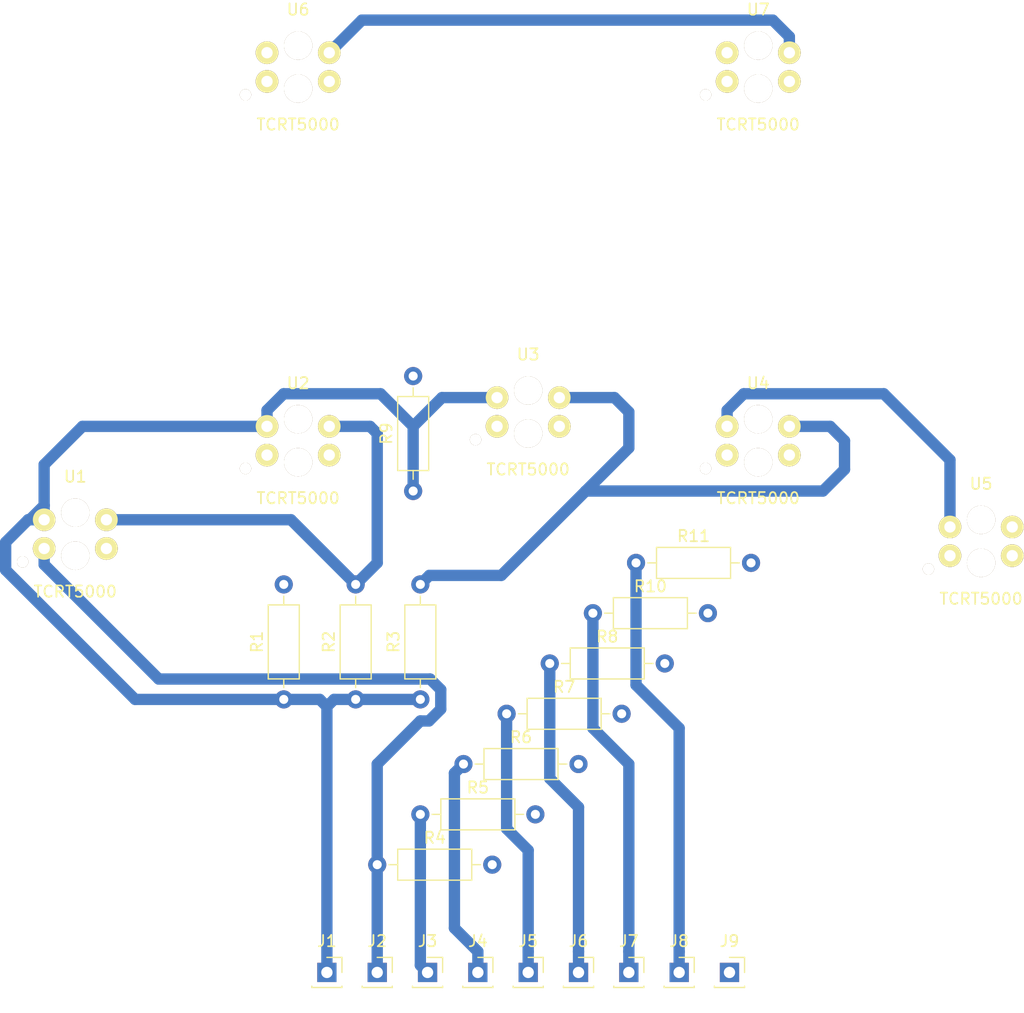
<source format=kicad_pcb>
(kicad_pcb (version 20171130) (host pcbnew "(5.0.2)-1")

  (general
    (thickness 1.6)
    (drawings 0)
    (tracks 84)
    (zones 0)
    (modules 27)
    (nets 14)
  )

  (page A4)
  (layers
    (0 F.Cu signal)
    (31 B.Cu signal)
    (32 B.Adhes user)
    (33 F.Adhes user)
    (34 B.Paste user)
    (35 F.Paste user)
    (36 B.SilkS user)
    (37 F.SilkS user)
    (38 B.Mask user)
    (39 F.Mask user)
    (40 Dwgs.User user)
    (41 Cmts.User user)
    (42 Eco1.User user)
    (43 Eco2.User user)
    (44 Edge.Cuts user)
    (45 Margin user)
    (46 B.CrtYd user)
    (47 F.CrtYd user)
    (48 B.Fab user)
    (49 F.Fab user)
  )

  (setup
    (last_trace_width 0.25)
    (trace_clearance 0.2)
    (zone_clearance 0.508)
    (zone_45_only no)
    (trace_min 0.2)
    (segment_width 0.2)
    (edge_width 0.15)
    (via_size 0.8)
    (via_drill 0.4)
    (via_min_size 0.4)
    (via_min_drill 0.3)
    (uvia_size 0.3)
    (uvia_drill 0.1)
    (uvias_allowed no)
    (uvia_min_size 0.2)
    (uvia_min_drill 0.1)
    (pcb_text_width 0.3)
    (pcb_text_size 1.5 1.5)
    (mod_edge_width 0.15)
    (mod_text_size 1 1)
    (mod_text_width 0.15)
    (pad_size 1.524 1.524)
    (pad_drill 0.762)
    (pad_to_mask_clearance 0.051)
    (solder_mask_min_width 0.25)
    (aux_axis_origin 0 0)
    (visible_elements FFFFFF7F)
    (pcbplotparams
      (layerselection 0x010fc_ffffffff)
      (usegerberextensions false)
      (usegerberattributes false)
      (usegerberadvancedattributes false)
      (creategerberjobfile false)
      (excludeedgelayer true)
      (linewidth 0.100000)
      (plotframeref false)
      (viasonmask false)
      (mode 1)
      (useauxorigin false)
      (hpglpennumber 1)
      (hpglpenspeed 20)
      (hpglpendiameter 15.000000)
      (psnegative false)
      (psa4output false)
      (plotreference true)
      (plotvalue true)
      (plotinvisibletext false)
      (padsonsilk false)
      (subtractmaskfromsilk false)
      (outputformat 1)
      (mirror false)
      (drillshape 1)
      (scaleselection 1)
      (outputdirectory ""))
  )

  (net 0 "")
  (net 1 VCC)
  (net 2 S1)
  (net 3 S2)
  (net 4 S3)
  (net 5 S4)
  (net 6 S5)
  (net 7 S6)
  (net 8 S7)
  (net 9 GND)
  (net 10 "Net-(R1-Pad2)")
  (net 11 "Net-(R2-Pad2)")
  (net 12 "Net-(R3-Pad2)")
  (net 13 "Net-(R9-Pad2)")

  (net_class Default "Esta é a classe de rede padrão."
    (clearance 0.2)
    (trace_width 0.25)
    (via_dia 0.8)
    (via_drill 0.4)
    (uvia_dia 0.3)
    (uvia_drill 0.1)
  )

  (net_class track ""
    (clearance 0.5)
    (trace_width 1)
    (via_dia 1.6)
    (via_drill 1)
    (uvia_dia 0.3)
    (uvia_drill 0.1)
    (add_net GND)
    (add_net "Net-(R1-Pad2)")
    (add_net "Net-(R2-Pad2)")
    (add_net "Net-(R3-Pad2)")
    (add_net "Net-(R9-Pad2)")
    (add_net S1)
    (add_net S2)
    (add_net S3)
    (add_net S4)
    (add_net S5)
    (add_net S6)
    (add_net S7)
    (add_net VCC)
  )

  (module Connector_PinSocket_2.54mm:PinSocket_1x01_P2.54mm_Vertical (layer F.Cu) (tedit 5A19A434) (tstamp 5C685A21)
    (at 143.51 133.985)
    (descr "Through hole straight socket strip, 1x01, 2.54mm pitch, single row (from Kicad 4.0.7), script generated")
    (tags "Through hole socket strip THT 1x01 2.54mm single row")
    (path /5C4F42C9)
    (fp_text reference J1 (at 0 -2.77) (layer F.SilkS)
      (effects (font (size 1 1) (thickness 0.15)))
    )
    (fp_text value Conn_01x01_Female (at 0 2.77) (layer F.Fab)
      (effects (font (size 1 1) (thickness 0.15)))
    )
    (fp_line (start -1.27 -1.27) (end 0.635 -1.27) (layer F.Fab) (width 0.1))
    (fp_line (start 0.635 -1.27) (end 1.27 -0.635) (layer F.Fab) (width 0.1))
    (fp_line (start 1.27 -0.635) (end 1.27 1.27) (layer F.Fab) (width 0.1))
    (fp_line (start 1.27 1.27) (end -1.27 1.27) (layer F.Fab) (width 0.1))
    (fp_line (start -1.27 1.27) (end -1.27 -1.27) (layer F.Fab) (width 0.1))
    (fp_line (start -1.33 1.33) (end 1.33 1.33) (layer F.SilkS) (width 0.12))
    (fp_line (start -1.33 1.21) (end -1.33 1.33) (layer F.SilkS) (width 0.12))
    (fp_line (start 1.33 1.21) (end 1.33 1.33) (layer F.SilkS) (width 0.12))
    (fp_line (start 1.33 -1.33) (end 1.33 0) (layer F.SilkS) (width 0.12))
    (fp_line (start 0 -1.33) (end 1.33 -1.33) (layer F.SilkS) (width 0.12))
    (fp_line (start -1.8 -1.8) (end 1.75 -1.8) (layer F.CrtYd) (width 0.05))
    (fp_line (start 1.75 -1.8) (end 1.75 1.75) (layer F.CrtYd) (width 0.05))
    (fp_line (start 1.75 1.75) (end -1.8 1.75) (layer F.CrtYd) (width 0.05))
    (fp_line (start -1.8 1.75) (end -1.8 -1.8) (layer F.CrtYd) (width 0.05))
    (fp_text user %R (at 0 0) (layer F.Fab)
      (effects (font (size 1 1) (thickness 0.15)))
    )
    (pad 1 thru_hole rect (at 0 0) (size 1.7 1.7) (drill 1) (layers *.Cu *.Mask)
      (net 1 VCC))
    (model ${KISYS3DMOD}/Connector_PinSocket_2.54mm.3dshapes/PinSocket_1x01_P2.54mm_Vertical.wrl
      (at (xyz 0 0 0))
      (scale (xyz 1 1 1))
      (rotate (xyz 0 0 0))
    )
  )

  (module Connector_PinSocket_2.54mm:PinSocket_1x01_P2.54mm_Vertical (layer F.Cu) (tedit 5A19A434) (tstamp 5C685A35)
    (at 147.955 133.985)
    (descr "Through hole straight socket strip, 1x01, 2.54mm pitch, single row (from Kicad 4.0.7), script generated")
    (tags "Through hole socket strip THT 1x01 2.54mm single row")
    (path /5C4F436B)
    (fp_text reference J2 (at 0 -2.77) (layer F.SilkS)
      (effects (font (size 1 1) (thickness 0.15)))
    )
    (fp_text value Conn_01x01_Female (at 0 2.77) (layer F.Fab)
      (effects (font (size 1 1) (thickness 0.15)))
    )
    (fp_text user %R (at 0 0) (layer F.Fab)
      (effects (font (size 1 1) (thickness 0.15)))
    )
    (fp_line (start -1.8 1.75) (end -1.8 -1.8) (layer F.CrtYd) (width 0.05))
    (fp_line (start 1.75 1.75) (end -1.8 1.75) (layer F.CrtYd) (width 0.05))
    (fp_line (start 1.75 -1.8) (end 1.75 1.75) (layer F.CrtYd) (width 0.05))
    (fp_line (start -1.8 -1.8) (end 1.75 -1.8) (layer F.CrtYd) (width 0.05))
    (fp_line (start 0 -1.33) (end 1.33 -1.33) (layer F.SilkS) (width 0.12))
    (fp_line (start 1.33 -1.33) (end 1.33 0) (layer F.SilkS) (width 0.12))
    (fp_line (start 1.33 1.21) (end 1.33 1.33) (layer F.SilkS) (width 0.12))
    (fp_line (start -1.33 1.21) (end -1.33 1.33) (layer F.SilkS) (width 0.12))
    (fp_line (start -1.33 1.33) (end 1.33 1.33) (layer F.SilkS) (width 0.12))
    (fp_line (start -1.27 1.27) (end -1.27 -1.27) (layer F.Fab) (width 0.1))
    (fp_line (start 1.27 1.27) (end -1.27 1.27) (layer F.Fab) (width 0.1))
    (fp_line (start 1.27 -0.635) (end 1.27 1.27) (layer F.Fab) (width 0.1))
    (fp_line (start 0.635 -1.27) (end 1.27 -0.635) (layer F.Fab) (width 0.1))
    (fp_line (start -1.27 -1.27) (end 0.635 -1.27) (layer F.Fab) (width 0.1))
    (pad 1 thru_hole rect (at 0 0) (size 1.7 1.7) (drill 1) (layers *.Cu *.Mask)
      (net 2 S1))
    (model ${KISYS3DMOD}/Connector_PinSocket_2.54mm.3dshapes/PinSocket_1x01_P2.54mm_Vertical.wrl
      (at (xyz 0 0 0))
      (scale (xyz 1 1 1))
      (rotate (xyz 0 0 0))
    )
  )

  (module Connector_PinSocket_2.54mm:PinSocket_1x01_P2.54mm_Vertical (layer F.Cu) (tedit 5A19A434) (tstamp 5C685A49)
    (at 152.4 133.985)
    (descr "Through hole straight socket strip, 1x01, 2.54mm pitch, single row (from Kicad 4.0.7), script generated")
    (tags "Through hole socket strip THT 1x01 2.54mm single row")
    (path /5C4F43A5)
    (fp_text reference J3 (at 0 -2.77) (layer F.SilkS)
      (effects (font (size 1 1) (thickness 0.15)))
    )
    (fp_text value Conn_01x01_Female (at 0 2.77) (layer F.Fab)
      (effects (font (size 1 1) (thickness 0.15)))
    )
    (fp_line (start -1.27 -1.27) (end 0.635 -1.27) (layer F.Fab) (width 0.1))
    (fp_line (start 0.635 -1.27) (end 1.27 -0.635) (layer F.Fab) (width 0.1))
    (fp_line (start 1.27 -0.635) (end 1.27 1.27) (layer F.Fab) (width 0.1))
    (fp_line (start 1.27 1.27) (end -1.27 1.27) (layer F.Fab) (width 0.1))
    (fp_line (start -1.27 1.27) (end -1.27 -1.27) (layer F.Fab) (width 0.1))
    (fp_line (start -1.33 1.33) (end 1.33 1.33) (layer F.SilkS) (width 0.12))
    (fp_line (start -1.33 1.21) (end -1.33 1.33) (layer F.SilkS) (width 0.12))
    (fp_line (start 1.33 1.21) (end 1.33 1.33) (layer F.SilkS) (width 0.12))
    (fp_line (start 1.33 -1.33) (end 1.33 0) (layer F.SilkS) (width 0.12))
    (fp_line (start 0 -1.33) (end 1.33 -1.33) (layer F.SilkS) (width 0.12))
    (fp_line (start -1.8 -1.8) (end 1.75 -1.8) (layer F.CrtYd) (width 0.05))
    (fp_line (start 1.75 -1.8) (end 1.75 1.75) (layer F.CrtYd) (width 0.05))
    (fp_line (start 1.75 1.75) (end -1.8 1.75) (layer F.CrtYd) (width 0.05))
    (fp_line (start -1.8 1.75) (end -1.8 -1.8) (layer F.CrtYd) (width 0.05))
    (fp_text user %R (at 0 0) (layer F.Fab)
      (effects (font (size 1 1) (thickness 0.15)))
    )
    (pad 1 thru_hole rect (at 0 0) (size 1.7 1.7) (drill 1) (layers *.Cu *.Mask)
      (net 3 S2))
    (model ${KISYS3DMOD}/Connector_PinSocket_2.54mm.3dshapes/PinSocket_1x01_P2.54mm_Vertical.wrl
      (at (xyz 0 0 0))
      (scale (xyz 1 1 1))
      (rotate (xyz 0 0 0))
    )
  )

  (module Connector_PinSocket_2.54mm:PinSocket_1x01_P2.54mm_Vertical (layer F.Cu) (tedit 5A19A434) (tstamp 5C685A5D)
    (at 156.845 133.985)
    (descr "Through hole straight socket strip, 1x01, 2.54mm pitch, single row (from Kicad 4.0.7), script generated")
    (tags "Through hole socket strip THT 1x01 2.54mm single row")
    (path /5C4F43E1)
    (fp_text reference J4 (at 0 -2.77) (layer F.SilkS)
      (effects (font (size 1 1) (thickness 0.15)))
    )
    (fp_text value Conn_01x01_Female (at 0 2.77) (layer F.Fab)
      (effects (font (size 1 1) (thickness 0.15)))
    )
    (fp_text user %R (at 0 0) (layer F.Fab)
      (effects (font (size 1 1) (thickness 0.15)))
    )
    (fp_line (start -1.8 1.75) (end -1.8 -1.8) (layer F.CrtYd) (width 0.05))
    (fp_line (start 1.75 1.75) (end -1.8 1.75) (layer F.CrtYd) (width 0.05))
    (fp_line (start 1.75 -1.8) (end 1.75 1.75) (layer F.CrtYd) (width 0.05))
    (fp_line (start -1.8 -1.8) (end 1.75 -1.8) (layer F.CrtYd) (width 0.05))
    (fp_line (start 0 -1.33) (end 1.33 -1.33) (layer F.SilkS) (width 0.12))
    (fp_line (start 1.33 -1.33) (end 1.33 0) (layer F.SilkS) (width 0.12))
    (fp_line (start 1.33 1.21) (end 1.33 1.33) (layer F.SilkS) (width 0.12))
    (fp_line (start -1.33 1.21) (end -1.33 1.33) (layer F.SilkS) (width 0.12))
    (fp_line (start -1.33 1.33) (end 1.33 1.33) (layer F.SilkS) (width 0.12))
    (fp_line (start -1.27 1.27) (end -1.27 -1.27) (layer F.Fab) (width 0.1))
    (fp_line (start 1.27 1.27) (end -1.27 1.27) (layer F.Fab) (width 0.1))
    (fp_line (start 1.27 -0.635) (end 1.27 1.27) (layer F.Fab) (width 0.1))
    (fp_line (start 0.635 -1.27) (end 1.27 -0.635) (layer F.Fab) (width 0.1))
    (fp_line (start -1.27 -1.27) (end 0.635 -1.27) (layer F.Fab) (width 0.1))
    (pad 1 thru_hole rect (at 0 0) (size 1.7 1.7) (drill 1) (layers *.Cu *.Mask)
      (net 4 S3))
    (model ${KISYS3DMOD}/Connector_PinSocket_2.54mm.3dshapes/PinSocket_1x01_P2.54mm_Vertical.wrl
      (at (xyz 0 0 0))
      (scale (xyz 1 1 1))
      (rotate (xyz 0 0 0))
    )
  )

  (module Connector_PinSocket_2.54mm:PinSocket_1x01_P2.54mm_Vertical (layer F.Cu) (tedit 5A19A434) (tstamp 5C685A71)
    (at 161.29 133.985)
    (descr "Through hole straight socket strip, 1x01, 2.54mm pitch, single row (from Kicad 4.0.7), script generated")
    (tags "Through hole socket strip THT 1x01 2.54mm single row")
    (path /5C4F446B)
    (fp_text reference J5 (at 0 -2.77) (layer F.SilkS)
      (effects (font (size 1 1) (thickness 0.15)))
    )
    (fp_text value Conn_01x01_Female (at 0 2.77) (layer F.Fab)
      (effects (font (size 1 1) (thickness 0.15)))
    )
    (fp_line (start -1.27 -1.27) (end 0.635 -1.27) (layer F.Fab) (width 0.1))
    (fp_line (start 0.635 -1.27) (end 1.27 -0.635) (layer F.Fab) (width 0.1))
    (fp_line (start 1.27 -0.635) (end 1.27 1.27) (layer F.Fab) (width 0.1))
    (fp_line (start 1.27 1.27) (end -1.27 1.27) (layer F.Fab) (width 0.1))
    (fp_line (start -1.27 1.27) (end -1.27 -1.27) (layer F.Fab) (width 0.1))
    (fp_line (start -1.33 1.33) (end 1.33 1.33) (layer F.SilkS) (width 0.12))
    (fp_line (start -1.33 1.21) (end -1.33 1.33) (layer F.SilkS) (width 0.12))
    (fp_line (start 1.33 1.21) (end 1.33 1.33) (layer F.SilkS) (width 0.12))
    (fp_line (start 1.33 -1.33) (end 1.33 0) (layer F.SilkS) (width 0.12))
    (fp_line (start 0 -1.33) (end 1.33 -1.33) (layer F.SilkS) (width 0.12))
    (fp_line (start -1.8 -1.8) (end 1.75 -1.8) (layer F.CrtYd) (width 0.05))
    (fp_line (start 1.75 -1.8) (end 1.75 1.75) (layer F.CrtYd) (width 0.05))
    (fp_line (start 1.75 1.75) (end -1.8 1.75) (layer F.CrtYd) (width 0.05))
    (fp_line (start -1.8 1.75) (end -1.8 -1.8) (layer F.CrtYd) (width 0.05))
    (fp_text user %R (at 0 0) (layer F.Fab)
      (effects (font (size 1 1) (thickness 0.15)))
    )
    (pad 1 thru_hole rect (at 0 0) (size 1.7 1.7) (drill 1) (layers *.Cu *.Mask)
      (net 5 S4))
    (model ${KISYS3DMOD}/Connector_PinSocket_2.54mm.3dshapes/PinSocket_1x01_P2.54mm_Vertical.wrl
      (at (xyz 0 0 0))
      (scale (xyz 1 1 1))
      (rotate (xyz 0 0 0))
    )
  )

  (module Connector_PinSocket_2.54mm:PinSocket_1x01_P2.54mm_Vertical (layer F.Cu) (tedit 5A19A434) (tstamp 5C685A85)
    (at 165.735 133.985)
    (descr "Through hole straight socket strip, 1x01, 2.54mm pitch, single row (from Kicad 4.0.7), script generated")
    (tags "Through hole socket strip THT 1x01 2.54mm single row")
    (path /5C4F44AB)
    (fp_text reference J6 (at 0 -2.77) (layer F.SilkS)
      (effects (font (size 1 1) (thickness 0.15)))
    )
    (fp_text value Conn_01x01_Female (at 0 2.77) (layer F.Fab)
      (effects (font (size 1 1) (thickness 0.15)))
    )
    (fp_text user %R (at 0 0) (layer F.Fab)
      (effects (font (size 1 1) (thickness 0.15)))
    )
    (fp_line (start -1.8 1.75) (end -1.8 -1.8) (layer F.CrtYd) (width 0.05))
    (fp_line (start 1.75 1.75) (end -1.8 1.75) (layer F.CrtYd) (width 0.05))
    (fp_line (start 1.75 -1.8) (end 1.75 1.75) (layer F.CrtYd) (width 0.05))
    (fp_line (start -1.8 -1.8) (end 1.75 -1.8) (layer F.CrtYd) (width 0.05))
    (fp_line (start 0 -1.33) (end 1.33 -1.33) (layer F.SilkS) (width 0.12))
    (fp_line (start 1.33 -1.33) (end 1.33 0) (layer F.SilkS) (width 0.12))
    (fp_line (start 1.33 1.21) (end 1.33 1.33) (layer F.SilkS) (width 0.12))
    (fp_line (start -1.33 1.21) (end -1.33 1.33) (layer F.SilkS) (width 0.12))
    (fp_line (start -1.33 1.33) (end 1.33 1.33) (layer F.SilkS) (width 0.12))
    (fp_line (start -1.27 1.27) (end -1.27 -1.27) (layer F.Fab) (width 0.1))
    (fp_line (start 1.27 1.27) (end -1.27 1.27) (layer F.Fab) (width 0.1))
    (fp_line (start 1.27 -0.635) (end 1.27 1.27) (layer F.Fab) (width 0.1))
    (fp_line (start 0.635 -1.27) (end 1.27 -0.635) (layer F.Fab) (width 0.1))
    (fp_line (start -1.27 -1.27) (end 0.635 -1.27) (layer F.Fab) (width 0.1))
    (pad 1 thru_hole rect (at 0 0) (size 1.7 1.7) (drill 1) (layers *.Cu *.Mask)
      (net 6 S5))
    (model ${KISYS3DMOD}/Connector_PinSocket_2.54mm.3dshapes/PinSocket_1x01_P2.54mm_Vertical.wrl
      (at (xyz 0 0 0))
      (scale (xyz 1 1 1))
      (rotate (xyz 0 0 0))
    )
  )

  (module Connector_PinSocket_2.54mm:PinSocket_1x01_P2.54mm_Vertical (layer F.Cu) (tedit 5A19A434) (tstamp 5C685A99)
    (at 170.18 133.985)
    (descr "Through hole straight socket strip, 1x01, 2.54mm pitch, single row (from Kicad 4.0.7), script generated")
    (tags "Through hole socket strip THT 1x01 2.54mm single row")
    (path /5C4F44ED)
    (fp_text reference J7 (at 0 -2.77) (layer F.SilkS)
      (effects (font (size 1 1) (thickness 0.15)))
    )
    (fp_text value Conn_01x01_Female (at 0 2.77) (layer F.Fab)
      (effects (font (size 1 1) (thickness 0.15)))
    )
    (fp_line (start -1.27 -1.27) (end 0.635 -1.27) (layer F.Fab) (width 0.1))
    (fp_line (start 0.635 -1.27) (end 1.27 -0.635) (layer F.Fab) (width 0.1))
    (fp_line (start 1.27 -0.635) (end 1.27 1.27) (layer F.Fab) (width 0.1))
    (fp_line (start 1.27 1.27) (end -1.27 1.27) (layer F.Fab) (width 0.1))
    (fp_line (start -1.27 1.27) (end -1.27 -1.27) (layer F.Fab) (width 0.1))
    (fp_line (start -1.33 1.33) (end 1.33 1.33) (layer F.SilkS) (width 0.12))
    (fp_line (start -1.33 1.21) (end -1.33 1.33) (layer F.SilkS) (width 0.12))
    (fp_line (start 1.33 1.21) (end 1.33 1.33) (layer F.SilkS) (width 0.12))
    (fp_line (start 1.33 -1.33) (end 1.33 0) (layer F.SilkS) (width 0.12))
    (fp_line (start 0 -1.33) (end 1.33 -1.33) (layer F.SilkS) (width 0.12))
    (fp_line (start -1.8 -1.8) (end 1.75 -1.8) (layer F.CrtYd) (width 0.05))
    (fp_line (start 1.75 -1.8) (end 1.75 1.75) (layer F.CrtYd) (width 0.05))
    (fp_line (start 1.75 1.75) (end -1.8 1.75) (layer F.CrtYd) (width 0.05))
    (fp_line (start -1.8 1.75) (end -1.8 -1.8) (layer F.CrtYd) (width 0.05))
    (fp_text user %R (at 0 0) (layer F.Fab)
      (effects (font (size 1 1) (thickness 0.15)))
    )
    (pad 1 thru_hole rect (at 0 0) (size 1.7 1.7) (drill 1) (layers *.Cu *.Mask)
      (net 7 S6))
    (model ${KISYS3DMOD}/Connector_PinSocket_2.54mm.3dshapes/PinSocket_1x01_P2.54mm_Vertical.wrl
      (at (xyz 0 0 0))
      (scale (xyz 1 1 1))
      (rotate (xyz 0 0 0))
    )
  )

  (module Connector_PinSocket_2.54mm:PinSocket_1x01_P2.54mm_Vertical (layer F.Cu) (tedit 5A19A434) (tstamp 5C685AAD)
    (at 174.625 133.985)
    (descr "Through hole straight socket strip, 1x01, 2.54mm pitch, single row (from Kicad 4.0.7), script generated")
    (tags "Through hole socket strip THT 1x01 2.54mm single row")
    (path /5C4F4531)
    (fp_text reference J8 (at 0 -2.77) (layer F.SilkS)
      (effects (font (size 1 1) (thickness 0.15)))
    )
    (fp_text value Conn_01x01_Female (at 0 2.77) (layer F.Fab)
      (effects (font (size 1 1) (thickness 0.15)))
    )
    (fp_text user %R (at 0 0) (layer F.Fab)
      (effects (font (size 1 1) (thickness 0.15)))
    )
    (fp_line (start -1.8 1.75) (end -1.8 -1.8) (layer F.CrtYd) (width 0.05))
    (fp_line (start 1.75 1.75) (end -1.8 1.75) (layer F.CrtYd) (width 0.05))
    (fp_line (start 1.75 -1.8) (end 1.75 1.75) (layer F.CrtYd) (width 0.05))
    (fp_line (start -1.8 -1.8) (end 1.75 -1.8) (layer F.CrtYd) (width 0.05))
    (fp_line (start 0 -1.33) (end 1.33 -1.33) (layer F.SilkS) (width 0.12))
    (fp_line (start 1.33 -1.33) (end 1.33 0) (layer F.SilkS) (width 0.12))
    (fp_line (start 1.33 1.21) (end 1.33 1.33) (layer F.SilkS) (width 0.12))
    (fp_line (start -1.33 1.21) (end -1.33 1.33) (layer F.SilkS) (width 0.12))
    (fp_line (start -1.33 1.33) (end 1.33 1.33) (layer F.SilkS) (width 0.12))
    (fp_line (start -1.27 1.27) (end -1.27 -1.27) (layer F.Fab) (width 0.1))
    (fp_line (start 1.27 1.27) (end -1.27 1.27) (layer F.Fab) (width 0.1))
    (fp_line (start 1.27 -0.635) (end 1.27 1.27) (layer F.Fab) (width 0.1))
    (fp_line (start 0.635 -1.27) (end 1.27 -0.635) (layer F.Fab) (width 0.1))
    (fp_line (start -1.27 -1.27) (end 0.635 -1.27) (layer F.Fab) (width 0.1))
    (pad 1 thru_hole rect (at 0 0) (size 1.7 1.7) (drill 1) (layers *.Cu *.Mask)
      (net 8 S7))
    (model ${KISYS3DMOD}/Connector_PinSocket_2.54mm.3dshapes/PinSocket_1x01_P2.54mm_Vertical.wrl
      (at (xyz 0 0 0))
      (scale (xyz 1 1 1))
      (rotate (xyz 0 0 0))
    )
  )

  (module Connector_PinSocket_2.54mm:PinSocket_1x01_P2.54mm_Vertical (layer F.Cu) (tedit 5A19A434) (tstamp 5C685AC1)
    (at 179.07 133.985)
    (descr "Through hole straight socket strip, 1x01, 2.54mm pitch, single row (from Kicad 4.0.7), script generated")
    (tags "Through hole socket strip THT 1x01 2.54mm single row")
    (path /5C4F4577)
    (fp_text reference J9 (at 0 -2.77) (layer F.SilkS)
      (effects (font (size 1 1) (thickness 0.15)))
    )
    (fp_text value Conn_01x01_Female (at 0 2.77) (layer F.Fab)
      (effects (font (size 1 1) (thickness 0.15)))
    )
    (fp_line (start -1.27 -1.27) (end 0.635 -1.27) (layer F.Fab) (width 0.1))
    (fp_line (start 0.635 -1.27) (end 1.27 -0.635) (layer F.Fab) (width 0.1))
    (fp_line (start 1.27 -0.635) (end 1.27 1.27) (layer F.Fab) (width 0.1))
    (fp_line (start 1.27 1.27) (end -1.27 1.27) (layer F.Fab) (width 0.1))
    (fp_line (start -1.27 1.27) (end -1.27 -1.27) (layer F.Fab) (width 0.1))
    (fp_line (start -1.33 1.33) (end 1.33 1.33) (layer F.SilkS) (width 0.12))
    (fp_line (start -1.33 1.21) (end -1.33 1.33) (layer F.SilkS) (width 0.12))
    (fp_line (start 1.33 1.21) (end 1.33 1.33) (layer F.SilkS) (width 0.12))
    (fp_line (start 1.33 -1.33) (end 1.33 0) (layer F.SilkS) (width 0.12))
    (fp_line (start 0 -1.33) (end 1.33 -1.33) (layer F.SilkS) (width 0.12))
    (fp_line (start -1.8 -1.8) (end 1.75 -1.8) (layer F.CrtYd) (width 0.05))
    (fp_line (start 1.75 -1.8) (end 1.75 1.75) (layer F.CrtYd) (width 0.05))
    (fp_line (start 1.75 1.75) (end -1.8 1.75) (layer F.CrtYd) (width 0.05))
    (fp_line (start -1.8 1.75) (end -1.8 -1.8) (layer F.CrtYd) (width 0.05))
    (fp_text user %R (at 0 0) (layer F.Fab)
      (effects (font (size 1 1) (thickness 0.15)))
    )
    (pad 1 thru_hole rect (at 0 0) (size 1.7 1.7) (drill 1) (layers *.Cu *.Mask)
      (net 9 GND))
    (model ${KISYS3DMOD}/Connector_PinSocket_2.54mm.3dshapes/PinSocket_1x01_P2.54mm_Vertical.wrl
      (at (xyz 0 0 0))
      (scale (xyz 1 1 1))
      (rotate (xyz 0 0 0))
    )
  )

  (module Resistor_THT:R_Axial_DIN0207_L6.3mm_D2.5mm_P10.16mm_Horizontal (layer F.Cu) (tedit 5AE5139B) (tstamp 5C685AD8)
    (at 139.7 109.855 90)
    (descr "Resistor, Axial_DIN0207 series, Axial, Horizontal, pin pitch=10.16mm, 0.25W = 1/4W, length*diameter=6.3*2.5mm^2, http://cdn-reichelt.de/documents/datenblatt/B400/1_4W%23YAG.pdf")
    (tags "Resistor Axial_DIN0207 series Axial Horizontal pin pitch 10.16mm 0.25W = 1/4W length 6.3mm diameter 2.5mm")
    (path /5C4ED81C)
    (fp_text reference R1 (at 5.08 -2.37 90) (layer F.SilkS)
      (effects (font (size 1 1) (thickness 0.15)))
    )
    (fp_text value 330 (at 5.08 2.37 90) (layer F.Fab)
      (effects (font (size 1 1) (thickness 0.15)))
    )
    (fp_text user %R (at 5.08 0 90) (layer F.Fab)
      (effects (font (size 1 1) (thickness 0.15)))
    )
    (fp_line (start 11.21 -1.5) (end -1.05 -1.5) (layer F.CrtYd) (width 0.05))
    (fp_line (start 11.21 1.5) (end 11.21 -1.5) (layer F.CrtYd) (width 0.05))
    (fp_line (start -1.05 1.5) (end 11.21 1.5) (layer F.CrtYd) (width 0.05))
    (fp_line (start -1.05 -1.5) (end -1.05 1.5) (layer F.CrtYd) (width 0.05))
    (fp_line (start 9.12 0) (end 8.35 0) (layer F.SilkS) (width 0.12))
    (fp_line (start 1.04 0) (end 1.81 0) (layer F.SilkS) (width 0.12))
    (fp_line (start 8.35 -1.37) (end 1.81 -1.37) (layer F.SilkS) (width 0.12))
    (fp_line (start 8.35 1.37) (end 8.35 -1.37) (layer F.SilkS) (width 0.12))
    (fp_line (start 1.81 1.37) (end 8.35 1.37) (layer F.SilkS) (width 0.12))
    (fp_line (start 1.81 -1.37) (end 1.81 1.37) (layer F.SilkS) (width 0.12))
    (fp_line (start 10.16 0) (end 8.23 0) (layer F.Fab) (width 0.1))
    (fp_line (start 0 0) (end 1.93 0) (layer F.Fab) (width 0.1))
    (fp_line (start 8.23 -1.25) (end 1.93 -1.25) (layer F.Fab) (width 0.1))
    (fp_line (start 8.23 1.25) (end 8.23 -1.25) (layer F.Fab) (width 0.1))
    (fp_line (start 1.93 1.25) (end 8.23 1.25) (layer F.Fab) (width 0.1))
    (fp_line (start 1.93 -1.25) (end 1.93 1.25) (layer F.Fab) (width 0.1))
    (pad 2 thru_hole oval (at 10.16 0 90) (size 1.6 1.6) (drill 0.8) (layers *.Cu *.Mask)
      (net 10 "Net-(R1-Pad2)"))
    (pad 1 thru_hole circle (at 0 0 90) (size 1.6 1.6) (drill 0.8) (layers *.Cu *.Mask)
      (net 1 VCC))
    (model ${KISYS3DMOD}/Resistor_THT.3dshapes/R_Axial_DIN0207_L6.3mm_D2.5mm_P10.16mm_Horizontal.wrl
      (at (xyz 0 0 0))
      (scale (xyz 1 1 1))
      (rotate (xyz 0 0 0))
    )
  )

  (module Resistor_THT:R_Axial_DIN0207_L6.3mm_D2.5mm_P10.16mm_Horizontal (layer F.Cu) (tedit 5AE5139B) (tstamp 5C685AEF)
    (at 146.05 109.855 90)
    (descr "Resistor, Axial_DIN0207 series, Axial, Horizontal, pin pitch=10.16mm, 0.25W = 1/4W, length*diameter=6.3*2.5mm^2, http://cdn-reichelt.de/documents/datenblatt/B400/1_4W%23YAG.pdf")
    (tags "Resistor Axial_DIN0207 series Axial Horizontal pin pitch 10.16mm 0.25W = 1/4W length 6.3mm diameter 2.5mm")
    (path /5C4E0CAD)
    (fp_text reference R2 (at 5.08 -2.37 90) (layer F.SilkS)
      (effects (font (size 1 1) (thickness 0.15)))
    )
    (fp_text value 330 (at 5.08 2.37 90) (layer F.Fab)
      (effects (font (size 1 1) (thickness 0.15)))
    )
    (fp_line (start 1.93 -1.25) (end 1.93 1.25) (layer F.Fab) (width 0.1))
    (fp_line (start 1.93 1.25) (end 8.23 1.25) (layer F.Fab) (width 0.1))
    (fp_line (start 8.23 1.25) (end 8.23 -1.25) (layer F.Fab) (width 0.1))
    (fp_line (start 8.23 -1.25) (end 1.93 -1.25) (layer F.Fab) (width 0.1))
    (fp_line (start 0 0) (end 1.93 0) (layer F.Fab) (width 0.1))
    (fp_line (start 10.16 0) (end 8.23 0) (layer F.Fab) (width 0.1))
    (fp_line (start 1.81 -1.37) (end 1.81 1.37) (layer F.SilkS) (width 0.12))
    (fp_line (start 1.81 1.37) (end 8.35 1.37) (layer F.SilkS) (width 0.12))
    (fp_line (start 8.35 1.37) (end 8.35 -1.37) (layer F.SilkS) (width 0.12))
    (fp_line (start 8.35 -1.37) (end 1.81 -1.37) (layer F.SilkS) (width 0.12))
    (fp_line (start 1.04 0) (end 1.81 0) (layer F.SilkS) (width 0.12))
    (fp_line (start 9.12 0) (end 8.35 0) (layer F.SilkS) (width 0.12))
    (fp_line (start -1.05 -1.5) (end -1.05 1.5) (layer F.CrtYd) (width 0.05))
    (fp_line (start -1.05 1.5) (end 11.21 1.5) (layer F.CrtYd) (width 0.05))
    (fp_line (start 11.21 1.5) (end 11.21 -1.5) (layer F.CrtYd) (width 0.05))
    (fp_line (start 11.21 -1.5) (end -1.05 -1.5) (layer F.CrtYd) (width 0.05))
    (fp_text user %R (at 5.08 0 90) (layer F.Fab)
      (effects (font (size 1 1) (thickness 0.15)))
    )
    (pad 1 thru_hole circle (at 0 0 90) (size 1.6 1.6) (drill 0.8) (layers *.Cu *.Mask)
      (net 1 VCC))
    (pad 2 thru_hole oval (at 10.16 0 90) (size 1.6 1.6) (drill 0.8) (layers *.Cu *.Mask)
      (net 11 "Net-(R2-Pad2)"))
    (model ${KISYS3DMOD}/Resistor_THT.3dshapes/R_Axial_DIN0207_L6.3mm_D2.5mm_P10.16mm_Horizontal.wrl
      (at (xyz 0 0 0))
      (scale (xyz 1 1 1))
      (rotate (xyz 0 0 0))
    )
  )

  (module Resistor_THT:R_Axial_DIN0207_L6.3mm_D2.5mm_P10.16mm_Horizontal (layer F.Cu) (tedit 5AE5139B) (tstamp 5C685B06)
    (at 151.765 109.855 90)
    (descr "Resistor, Axial_DIN0207 series, Axial, Horizontal, pin pitch=10.16mm, 0.25W = 1/4W, length*diameter=6.3*2.5mm^2, http://cdn-reichelt.de/documents/datenblatt/B400/1_4W%23YAG.pdf")
    (tags "Resistor Axial_DIN0207 series Axial Horizontal pin pitch 10.16mm 0.25W = 1/4W length 6.3mm diameter 2.5mm")
    (path /5C4EC87E)
    (fp_text reference R3 (at 5.08 -2.37 90) (layer F.SilkS)
      (effects (font (size 1 1) (thickness 0.15)))
    )
    (fp_text value 330 (at 5.08 2.37 90) (layer F.Fab)
      (effects (font (size 1 1) (thickness 0.15)))
    )
    (fp_line (start 1.93 -1.25) (end 1.93 1.25) (layer F.Fab) (width 0.1))
    (fp_line (start 1.93 1.25) (end 8.23 1.25) (layer F.Fab) (width 0.1))
    (fp_line (start 8.23 1.25) (end 8.23 -1.25) (layer F.Fab) (width 0.1))
    (fp_line (start 8.23 -1.25) (end 1.93 -1.25) (layer F.Fab) (width 0.1))
    (fp_line (start 0 0) (end 1.93 0) (layer F.Fab) (width 0.1))
    (fp_line (start 10.16 0) (end 8.23 0) (layer F.Fab) (width 0.1))
    (fp_line (start 1.81 -1.37) (end 1.81 1.37) (layer F.SilkS) (width 0.12))
    (fp_line (start 1.81 1.37) (end 8.35 1.37) (layer F.SilkS) (width 0.12))
    (fp_line (start 8.35 1.37) (end 8.35 -1.37) (layer F.SilkS) (width 0.12))
    (fp_line (start 8.35 -1.37) (end 1.81 -1.37) (layer F.SilkS) (width 0.12))
    (fp_line (start 1.04 0) (end 1.81 0) (layer F.SilkS) (width 0.12))
    (fp_line (start 9.12 0) (end 8.35 0) (layer F.SilkS) (width 0.12))
    (fp_line (start -1.05 -1.5) (end -1.05 1.5) (layer F.CrtYd) (width 0.05))
    (fp_line (start -1.05 1.5) (end 11.21 1.5) (layer F.CrtYd) (width 0.05))
    (fp_line (start 11.21 1.5) (end 11.21 -1.5) (layer F.CrtYd) (width 0.05))
    (fp_line (start 11.21 -1.5) (end -1.05 -1.5) (layer F.CrtYd) (width 0.05))
    (fp_text user %R (at 5.08 0 90) (layer F.Fab)
      (effects (font (size 1 1) (thickness 0.15)))
    )
    (pad 1 thru_hole circle (at 0 0 90) (size 1.6 1.6) (drill 0.8) (layers *.Cu *.Mask)
      (net 1 VCC))
    (pad 2 thru_hole oval (at 10.16 0 90) (size 1.6 1.6) (drill 0.8) (layers *.Cu *.Mask)
      (net 12 "Net-(R3-Pad2)"))
    (model ${KISYS3DMOD}/Resistor_THT.3dshapes/R_Axial_DIN0207_L6.3mm_D2.5mm_P10.16mm_Horizontal.wrl
      (at (xyz 0 0 0))
      (scale (xyz 1 1 1))
      (rotate (xyz 0 0 0))
    )
  )

  (module Resistor_THT:R_Axial_DIN0207_L6.3mm_D2.5mm_P10.16mm_Horizontal (layer F.Cu) (tedit 5AE5139B) (tstamp 5C685B1D)
    (at 147.955 124.46)
    (descr "Resistor, Axial_DIN0207 series, Axial, Horizontal, pin pitch=10.16mm, 0.25W = 1/4W, length*diameter=6.3*2.5mm^2, http://cdn-reichelt.de/documents/datenblatt/B400/1_4W%23YAG.pdf")
    (tags "Resistor Axial_DIN0207 series Axial Horizontal pin pitch 10.16mm 0.25W = 1/4W length 6.3mm diameter 2.5mm")
    (path /5C4E5C42)
    (fp_text reference R4 (at 5.08 -2.37) (layer F.SilkS)
      (effects (font (size 1 1) (thickness 0.15)))
    )
    (fp_text value 10k (at 5.08 2.37) (layer F.Fab)
      (effects (font (size 1 1) (thickness 0.15)))
    )
    (fp_text user %R (at 5.08 0) (layer F.Fab)
      (effects (font (size 1 1) (thickness 0.15)))
    )
    (fp_line (start 11.21 -1.5) (end -1.05 -1.5) (layer F.CrtYd) (width 0.05))
    (fp_line (start 11.21 1.5) (end 11.21 -1.5) (layer F.CrtYd) (width 0.05))
    (fp_line (start -1.05 1.5) (end 11.21 1.5) (layer F.CrtYd) (width 0.05))
    (fp_line (start -1.05 -1.5) (end -1.05 1.5) (layer F.CrtYd) (width 0.05))
    (fp_line (start 9.12 0) (end 8.35 0) (layer F.SilkS) (width 0.12))
    (fp_line (start 1.04 0) (end 1.81 0) (layer F.SilkS) (width 0.12))
    (fp_line (start 8.35 -1.37) (end 1.81 -1.37) (layer F.SilkS) (width 0.12))
    (fp_line (start 8.35 1.37) (end 8.35 -1.37) (layer F.SilkS) (width 0.12))
    (fp_line (start 1.81 1.37) (end 8.35 1.37) (layer F.SilkS) (width 0.12))
    (fp_line (start 1.81 -1.37) (end 1.81 1.37) (layer F.SilkS) (width 0.12))
    (fp_line (start 10.16 0) (end 8.23 0) (layer F.Fab) (width 0.1))
    (fp_line (start 0 0) (end 1.93 0) (layer F.Fab) (width 0.1))
    (fp_line (start 8.23 -1.25) (end 1.93 -1.25) (layer F.Fab) (width 0.1))
    (fp_line (start 8.23 1.25) (end 8.23 -1.25) (layer F.Fab) (width 0.1))
    (fp_line (start 1.93 1.25) (end 8.23 1.25) (layer F.Fab) (width 0.1))
    (fp_line (start 1.93 -1.25) (end 1.93 1.25) (layer F.Fab) (width 0.1))
    (pad 2 thru_hole oval (at 10.16 0) (size 1.6 1.6) (drill 0.8) (layers *.Cu *.Mask)
      (net 9 GND))
    (pad 1 thru_hole circle (at 0 0) (size 1.6 1.6) (drill 0.8) (layers *.Cu *.Mask)
      (net 2 S1))
    (model ${KISYS3DMOD}/Resistor_THT.3dshapes/R_Axial_DIN0207_L6.3mm_D2.5mm_P10.16mm_Horizontal.wrl
      (at (xyz 0 0 0))
      (scale (xyz 1 1 1))
      (rotate (xyz 0 0 0))
    )
  )

  (module Resistor_THT:R_Axial_DIN0207_L6.3mm_D2.5mm_P10.16mm_Horizontal (layer F.Cu) (tedit 5AE5139B) (tstamp 5C685B34)
    (at 151.765 120.015)
    (descr "Resistor, Axial_DIN0207 series, Axial, Horizontal, pin pitch=10.16mm, 0.25W = 1/4W, length*diameter=6.3*2.5mm^2, http://cdn-reichelt.de/documents/datenblatt/B400/1_4W%23YAG.pdf")
    (tags "Resistor Axial_DIN0207 series Axial Horizontal pin pitch 10.16mm 0.25W = 1/4W length 6.3mm diameter 2.5mm")
    (path /5C4E0DD8)
    (fp_text reference R5 (at 5.08 -2.37) (layer F.SilkS)
      (effects (font (size 1 1) (thickness 0.15)))
    )
    (fp_text value 10k (at 5.08 2.37) (layer F.Fab)
      (effects (font (size 1 1) (thickness 0.15)))
    )
    (fp_line (start 1.93 -1.25) (end 1.93 1.25) (layer F.Fab) (width 0.1))
    (fp_line (start 1.93 1.25) (end 8.23 1.25) (layer F.Fab) (width 0.1))
    (fp_line (start 8.23 1.25) (end 8.23 -1.25) (layer F.Fab) (width 0.1))
    (fp_line (start 8.23 -1.25) (end 1.93 -1.25) (layer F.Fab) (width 0.1))
    (fp_line (start 0 0) (end 1.93 0) (layer F.Fab) (width 0.1))
    (fp_line (start 10.16 0) (end 8.23 0) (layer F.Fab) (width 0.1))
    (fp_line (start 1.81 -1.37) (end 1.81 1.37) (layer F.SilkS) (width 0.12))
    (fp_line (start 1.81 1.37) (end 8.35 1.37) (layer F.SilkS) (width 0.12))
    (fp_line (start 8.35 1.37) (end 8.35 -1.37) (layer F.SilkS) (width 0.12))
    (fp_line (start 8.35 -1.37) (end 1.81 -1.37) (layer F.SilkS) (width 0.12))
    (fp_line (start 1.04 0) (end 1.81 0) (layer F.SilkS) (width 0.12))
    (fp_line (start 9.12 0) (end 8.35 0) (layer F.SilkS) (width 0.12))
    (fp_line (start -1.05 -1.5) (end -1.05 1.5) (layer F.CrtYd) (width 0.05))
    (fp_line (start -1.05 1.5) (end 11.21 1.5) (layer F.CrtYd) (width 0.05))
    (fp_line (start 11.21 1.5) (end 11.21 -1.5) (layer F.CrtYd) (width 0.05))
    (fp_line (start 11.21 -1.5) (end -1.05 -1.5) (layer F.CrtYd) (width 0.05))
    (fp_text user %R (at 5.08 0) (layer F.Fab)
      (effects (font (size 1 1) (thickness 0.15)))
    )
    (pad 1 thru_hole circle (at 0 0) (size 1.6 1.6) (drill 0.8) (layers *.Cu *.Mask)
      (net 3 S2))
    (pad 2 thru_hole oval (at 10.16 0) (size 1.6 1.6) (drill 0.8) (layers *.Cu *.Mask)
      (net 9 GND))
    (model ${KISYS3DMOD}/Resistor_THT.3dshapes/R_Axial_DIN0207_L6.3mm_D2.5mm_P10.16mm_Horizontal.wrl
      (at (xyz 0 0 0))
      (scale (xyz 1 1 1))
      (rotate (xyz 0 0 0))
    )
  )

  (module Resistor_THT:R_Axial_DIN0207_L6.3mm_D2.5mm_P10.16mm_Horizontal (layer F.Cu) (tedit 5AE5139B) (tstamp 5C685B4B)
    (at 155.575 115.57)
    (descr "Resistor, Axial_DIN0207 series, Axial, Horizontal, pin pitch=10.16mm, 0.25W = 1/4W, length*diameter=6.3*2.5mm^2, http://cdn-reichelt.de/documents/datenblatt/B400/1_4W%23YAG.pdf")
    (tags "Resistor Axial_DIN0207 series Axial Horizontal pin pitch 10.16mm 0.25W = 1/4W length 6.3mm diameter 2.5mm")
    (path /5C4EC89B)
    (fp_text reference R6 (at 5.08 -2.37) (layer F.SilkS)
      (effects (font (size 1 1) (thickness 0.15)))
    )
    (fp_text value 10k (at 5.08 2.37) (layer F.Fab)
      (effects (font (size 1 1) (thickness 0.15)))
    )
    (fp_line (start 1.93 -1.25) (end 1.93 1.25) (layer F.Fab) (width 0.1))
    (fp_line (start 1.93 1.25) (end 8.23 1.25) (layer F.Fab) (width 0.1))
    (fp_line (start 8.23 1.25) (end 8.23 -1.25) (layer F.Fab) (width 0.1))
    (fp_line (start 8.23 -1.25) (end 1.93 -1.25) (layer F.Fab) (width 0.1))
    (fp_line (start 0 0) (end 1.93 0) (layer F.Fab) (width 0.1))
    (fp_line (start 10.16 0) (end 8.23 0) (layer F.Fab) (width 0.1))
    (fp_line (start 1.81 -1.37) (end 1.81 1.37) (layer F.SilkS) (width 0.12))
    (fp_line (start 1.81 1.37) (end 8.35 1.37) (layer F.SilkS) (width 0.12))
    (fp_line (start 8.35 1.37) (end 8.35 -1.37) (layer F.SilkS) (width 0.12))
    (fp_line (start 8.35 -1.37) (end 1.81 -1.37) (layer F.SilkS) (width 0.12))
    (fp_line (start 1.04 0) (end 1.81 0) (layer F.SilkS) (width 0.12))
    (fp_line (start 9.12 0) (end 8.35 0) (layer F.SilkS) (width 0.12))
    (fp_line (start -1.05 -1.5) (end -1.05 1.5) (layer F.CrtYd) (width 0.05))
    (fp_line (start -1.05 1.5) (end 11.21 1.5) (layer F.CrtYd) (width 0.05))
    (fp_line (start 11.21 1.5) (end 11.21 -1.5) (layer F.CrtYd) (width 0.05))
    (fp_line (start 11.21 -1.5) (end -1.05 -1.5) (layer F.CrtYd) (width 0.05))
    (fp_text user %R (at 5.08 0) (layer F.Fab)
      (effects (font (size 1 1) (thickness 0.15)))
    )
    (pad 1 thru_hole circle (at 0 0) (size 1.6 1.6) (drill 0.8) (layers *.Cu *.Mask)
      (net 4 S3))
    (pad 2 thru_hole oval (at 10.16 0) (size 1.6 1.6) (drill 0.8) (layers *.Cu *.Mask)
      (net 9 GND))
    (model ${KISYS3DMOD}/Resistor_THT.3dshapes/R_Axial_DIN0207_L6.3mm_D2.5mm_P10.16mm_Horizontal.wrl
      (at (xyz 0 0 0))
      (scale (xyz 1 1 1))
      (rotate (xyz 0 0 0))
    )
  )

  (module Resistor_THT:R_Axial_DIN0207_L6.3mm_D2.5mm_P10.16mm_Horizontal (layer F.Cu) (tedit 5AE5139B) (tstamp 5C685B62)
    (at 159.385 111.125)
    (descr "Resistor, Axial_DIN0207 series, Axial, Horizontal, pin pitch=10.16mm, 0.25W = 1/4W, length*diameter=6.3*2.5mm^2, http://cdn-reichelt.de/documents/datenblatt/B400/1_4W%23YAG.pdf")
    (tags "Resistor Axial_DIN0207 series Axial Horizontal pin pitch 10.16mm 0.25W = 1/4W length 6.3mm diameter 2.5mm")
    (path /5C4EC885)
    (fp_text reference R7 (at 5.08 -2.37) (layer F.SilkS)
      (effects (font (size 1 1) (thickness 0.15)))
    )
    (fp_text value 10k (at 5.08 2.37) (layer F.Fab)
      (effects (font (size 1 1) (thickness 0.15)))
    )
    (fp_text user %R (at 5.08 0) (layer F.Fab)
      (effects (font (size 1 1) (thickness 0.15)))
    )
    (fp_line (start 11.21 -1.5) (end -1.05 -1.5) (layer F.CrtYd) (width 0.05))
    (fp_line (start 11.21 1.5) (end 11.21 -1.5) (layer F.CrtYd) (width 0.05))
    (fp_line (start -1.05 1.5) (end 11.21 1.5) (layer F.CrtYd) (width 0.05))
    (fp_line (start -1.05 -1.5) (end -1.05 1.5) (layer F.CrtYd) (width 0.05))
    (fp_line (start 9.12 0) (end 8.35 0) (layer F.SilkS) (width 0.12))
    (fp_line (start 1.04 0) (end 1.81 0) (layer F.SilkS) (width 0.12))
    (fp_line (start 8.35 -1.37) (end 1.81 -1.37) (layer F.SilkS) (width 0.12))
    (fp_line (start 8.35 1.37) (end 8.35 -1.37) (layer F.SilkS) (width 0.12))
    (fp_line (start 1.81 1.37) (end 8.35 1.37) (layer F.SilkS) (width 0.12))
    (fp_line (start 1.81 -1.37) (end 1.81 1.37) (layer F.SilkS) (width 0.12))
    (fp_line (start 10.16 0) (end 8.23 0) (layer F.Fab) (width 0.1))
    (fp_line (start 0 0) (end 1.93 0) (layer F.Fab) (width 0.1))
    (fp_line (start 8.23 -1.25) (end 1.93 -1.25) (layer F.Fab) (width 0.1))
    (fp_line (start 8.23 1.25) (end 8.23 -1.25) (layer F.Fab) (width 0.1))
    (fp_line (start 1.93 1.25) (end 8.23 1.25) (layer F.Fab) (width 0.1))
    (fp_line (start 1.93 -1.25) (end 1.93 1.25) (layer F.Fab) (width 0.1))
    (pad 2 thru_hole oval (at 10.16 0) (size 1.6 1.6) (drill 0.8) (layers *.Cu *.Mask)
      (net 9 GND))
    (pad 1 thru_hole circle (at 0 0) (size 1.6 1.6) (drill 0.8) (layers *.Cu *.Mask)
      (net 5 S4))
    (model ${KISYS3DMOD}/Resistor_THT.3dshapes/R_Axial_DIN0207_L6.3mm_D2.5mm_P10.16mm_Horizontal.wrl
      (at (xyz 0 0 0))
      (scale (xyz 1 1 1))
      (rotate (xyz 0 0 0))
    )
  )

  (module Resistor_THT:R_Axial_DIN0207_L6.3mm_D2.5mm_P10.16mm_Horizontal (layer F.Cu) (tedit 5AE5139B) (tstamp 5C685B79)
    (at 163.195 106.68)
    (descr "Resistor, Axial_DIN0207 series, Axial, Horizontal, pin pitch=10.16mm, 0.25W = 1/4W, length*diameter=6.3*2.5mm^2, http://cdn-reichelt.de/documents/datenblatt/B400/1_4W%23YAG.pdf")
    (tags "Resistor Axial_DIN0207 series Axial Horizontal pin pitch 10.16mm 0.25W = 1/4W length 6.3mm diameter 2.5mm")
    (path /5C4ED839)
    (fp_text reference R8 (at 5.08 -2.37) (layer F.SilkS)
      (effects (font (size 1 1) (thickness 0.15)))
    )
    (fp_text value 10k (at 5.08 2.37) (layer F.Fab)
      (effects (font (size 1 1) (thickness 0.15)))
    )
    (fp_line (start 1.93 -1.25) (end 1.93 1.25) (layer F.Fab) (width 0.1))
    (fp_line (start 1.93 1.25) (end 8.23 1.25) (layer F.Fab) (width 0.1))
    (fp_line (start 8.23 1.25) (end 8.23 -1.25) (layer F.Fab) (width 0.1))
    (fp_line (start 8.23 -1.25) (end 1.93 -1.25) (layer F.Fab) (width 0.1))
    (fp_line (start 0 0) (end 1.93 0) (layer F.Fab) (width 0.1))
    (fp_line (start 10.16 0) (end 8.23 0) (layer F.Fab) (width 0.1))
    (fp_line (start 1.81 -1.37) (end 1.81 1.37) (layer F.SilkS) (width 0.12))
    (fp_line (start 1.81 1.37) (end 8.35 1.37) (layer F.SilkS) (width 0.12))
    (fp_line (start 8.35 1.37) (end 8.35 -1.37) (layer F.SilkS) (width 0.12))
    (fp_line (start 8.35 -1.37) (end 1.81 -1.37) (layer F.SilkS) (width 0.12))
    (fp_line (start 1.04 0) (end 1.81 0) (layer F.SilkS) (width 0.12))
    (fp_line (start 9.12 0) (end 8.35 0) (layer F.SilkS) (width 0.12))
    (fp_line (start -1.05 -1.5) (end -1.05 1.5) (layer F.CrtYd) (width 0.05))
    (fp_line (start -1.05 1.5) (end 11.21 1.5) (layer F.CrtYd) (width 0.05))
    (fp_line (start 11.21 1.5) (end 11.21 -1.5) (layer F.CrtYd) (width 0.05))
    (fp_line (start 11.21 -1.5) (end -1.05 -1.5) (layer F.CrtYd) (width 0.05))
    (fp_text user %R (at 5.08 0) (layer F.Fab)
      (effects (font (size 1 1) (thickness 0.15)))
    )
    (pad 1 thru_hole circle (at 0 0) (size 1.6 1.6) (drill 0.8) (layers *.Cu *.Mask)
      (net 6 S5))
    (pad 2 thru_hole oval (at 10.16 0) (size 1.6 1.6) (drill 0.8) (layers *.Cu *.Mask)
      (net 9 GND))
    (model ${KISYS3DMOD}/Resistor_THT.3dshapes/R_Axial_DIN0207_L6.3mm_D2.5mm_P10.16mm_Horizontal.wrl
      (at (xyz 0 0 0))
      (scale (xyz 1 1 1))
      (rotate (xyz 0 0 0))
    )
  )

  (module Resistor_THT:R_Axial_DIN0207_L6.3mm_D2.5mm_P10.16mm_Horizontal (layer F.Cu) (tedit 5AE5139B) (tstamp 5C685B90)
    (at 151.13 91.44 90)
    (descr "Resistor, Axial_DIN0207 series, Axial, Horizontal, pin pitch=10.16mm, 0.25W = 1/4W, length*diameter=6.3*2.5mm^2, http://cdn-reichelt.de/documents/datenblatt/B400/1_4W%23YAG.pdf")
    (tags "Resistor Axial_DIN0207 series Axial Horizontal pin pitch 10.16mm 0.25W = 1/4W length 6.3mm diameter 2.5mm")
    (path /5C4EFA53)
    (fp_text reference R9 (at 5.08 -2.37 90) (layer F.SilkS)
      (effects (font (size 1 1) (thickness 0.15)))
    )
    (fp_text value 330 (at 5.08 2.37 90) (layer F.Fab)
      (effects (font (size 1 1) (thickness 0.15)))
    )
    (fp_text user %R (at 5.08 0 90) (layer F.Fab)
      (effects (font (size 1 1) (thickness 0.15)))
    )
    (fp_line (start 11.21 -1.5) (end -1.05 -1.5) (layer F.CrtYd) (width 0.05))
    (fp_line (start 11.21 1.5) (end 11.21 -1.5) (layer F.CrtYd) (width 0.05))
    (fp_line (start -1.05 1.5) (end 11.21 1.5) (layer F.CrtYd) (width 0.05))
    (fp_line (start -1.05 -1.5) (end -1.05 1.5) (layer F.CrtYd) (width 0.05))
    (fp_line (start 9.12 0) (end 8.35 0) (layer F.SilkS) (width 0.12))
    (fp_line (start 1.04 0) (end 1.81 0) (layer F.SilkS) (width 0.12))
    (fp_line (start 8.35 -1.37) (end 1.81 -1.37) (layer F.SilkS) (width 0.12))
    (fp_line (start 8.35 1.37) (end 8.35 -1.37) (layer F.SilkS) (width 0.12))
    (fp_line (start 1.81 1.37) (end 8.35 1.37) (layer F.SilkS) (width 0.12))
    (fp_line (start 1.81 -1.37) (end 1.81 1.37) (layer F.SilkS) (width 0.12))
    (fp_line (start 10.16 0) (end 8.23 0) (layer F.Fab) (width 0.1))
    (fp_line (start 0 0) (end 1.93 0) (layer F.Fab) (width 0.1))
    (fp_line (start 8.23 -1.25) (end 1.93 -1.25) (layer F.Fab) (width 0.1))
    (fp_line (start 8.23 1.25) (end 8.23 -1.25) (layer F.Fab) (width 0.1))
    (fp_line (start 1.93 1.25) (end 8.23 1.25) (layer F.Fab) (width 0.1))
    (fp_line (start 1.93 -1.25) (end 1.93 1.25) (layer F.Fab) (width 0.1))
    (pad 2 thru_hole oval (at 10.16 0 90) (size 1.6 1.6) (drill 0.8) (layers *.Cu *.Mask)
      (net 13 "Net-(R9-Pad2)"))
    (pad 1 thru_hole circle (at 0 0 90) (size 1.6 1.6) (drill 0.8) (layers *.Cu *.Mask)
      (net 1 VCC))
    (model ${KISYS3DMOD}/Resistor_THT.3dshapes/R_Axial_DIN0207_L6.3mm_D2.5mm_P10.16mm_Horizontal.wrl
      (at (xyz 0 0 0))
      (scale (xyz 1 1 1))
      (rotate (xyz 0 0 0))
    )
  )

  (module Resistor_THT:R_Axial_DIN0207_L6.3mm_D2.5mm_P10.16mm_Horizontal (layer F.Cu) (tedit 5AE5139B) (tstamp 5C685BA7)
    (at 167.005 102.235)
    (descr "Resistor, Axial_DIN0207 series, Axial, Horizontal, pin pitch=10.16mm, 0.25W = 1/4W, length*diameter=6.3*2.5mm^2, http://cdn-reichelt.de/documents/datenblatt/B400/1_4W%23YAG.pdf")
    (tags "Resistor Axial_DIN0207 series Axial Horizontal pin pitch 10.16mm 0.25W = 1/4W length 6.3mm diameter 2.5mm")
    (path /5C4EFA70)
    (fp_text reference R10 (at 5.08 -2.37) (layer F.SilkS)
      (effects (font (size 1 1) (thickness 0.15)))
    )
    (fp_text value 10k (at 5.08 2.37) (layer F.Fab)
      (effects (font (size 1 1) (thickness 0.15)))
    )
    (fp_text user %R (at 5.08 0) (layer F.Fab)
      (effects (font (size 1 1) (thickness 0.15)))
    )
    (fp_line (start 11.21 -1.5) (end -1.05 -1.5) (layer F.CrtYd) (width 0.05))
    (fp_line (start 11.21 1.5) (end 11.21 -1.5) (layer F.CrtYd) (width 0.05))
    (fp_line (start -1.05 1.5) (end 11.21 1.5) (layer F.CrtYd) (width 0.05))
    (fp_line (start -1.05 -1.5) (end -1.05 1.5) (layer F.CrtYd) (width 0.05))
    (fp_line (start 9.12 0) (end 8.35 0) (layer F.SilkS) (width 0.12))
    (fp_line (start 1.04 0) (end 1.81 0) (layer F.SilkS) (width 0.12))
    (fp_line (start 8.35 -1.37) (end 1.81 -1.37) (layer F.SilkS) (width 0.12))
    (fp_line (start 8.35 1.37) (end 8.35 -1.37) (layer F.SilkS) (width 0.12))
    (fp_line (start 1.81 1.37) (end 8.35 1.37) (layer F.SilkS) (width 0.12))
    (fp_line (start 1.81 -1.37) (end 1.81 1.37) (layer F.SilkS) (width 0.12))
    (fp_line (start 10.16 0) (end 8.23 0) (layer F.Fab) (width 0.1))
    (fp_line (start 0 0) (end 1.93 0) (layer F.Fab) (width 0.1))
    (fp_line (start 8.23 -1.25) (end 1.93 -1.25) (layer F.Fab) (width 0.1))
    (fp_line (start 8.23 1.25) (end 8.23 -1.25) (layer F.Fab) (width 0.1))
    (fp_line (start 1.93 1.25) (end 8.23 1.25) (layer F.Fab) (width 0.1))
    (fp_line (start 1.93 -1.25) (end 1.93 1.25) (layer F.Fab) (width 0.1))
    (pad 2 thru_hole oval (at 10.16 0) (size 1.6 1.6) (drill 0.8) (layers *.Cu *.Mask)
      (net 9 GND))
    (pad 1 thru_hole circle (at 0 0) (size 1.6 1.6) (drill 0.8) (layers *.Cu *.Mask)
      (net 7 S6))
    (model ${KISYS3DMOD}/Resistor_THT.3dshapes/R_Axial_DIN0207_L6.3mm_D2.5mm_P10.16mm_Horizontal.wrl
      (at (xyz 0 0 0))
      (scale (xyz 1 1 1))
      (rotate (xyz 0 0 0))
    )
  )

  (module Resistor_THT:R_Axial_DIN0207_L6.3mm_D2.5mm_P10.16mm_Horizontal (layer F.Cu) (tedit 5AE5139B) (tstamp 5C685BBE)
    (at 170.815 97.79)
    (descr "Resistor, Axial_DIN0207 series, Axial, Horizontal, pin pitch=10.16mm, 0.25W = 1/4W, length*diameter=6.3*2.5mm^2, http://cdn-reichelt.de/documents/datenblatt/B400/1_4W%23YAG.pdf")
    (tags "Resistor Axial_DIN0207 series Axial Horizontal pin pitch 10.16mm 0.25W = 1/4W length 6.3mm diameter 2.5mm")
    (path /5C4EFA5A)
    (fp_text reference R11 (at 5.08 -2.37) (layer F.SilkS)
      (effects (font (size 1 1) (thickness 0.15)))
    )
    (fp_text value 10k (at 5.08 2.37) (layer F.Fab)
      (effects (font (size 1 1) (thickness 0.15)))
    )
    (fp_line (start 1.93 -1.25) (end 1.93 1.25) (layer F.Fab) (width 0.1))
    (fp_line (start 1.93 1.25) (end 8.23 1.25) (layer F.Fab) (width 0.1))
    (fp_line (start 8.23 1.25) (end 8.23 -1.25) (layer F.Fab) (width 0.1))
    (fp_line (start 8.23 -1.25) (end 1.93 -1.25) (layer F.Fab) (width 0.1))
    (fp_line (start 0 0) (end 1.93 0) (layer F.Fab) (width 0.1))
    (fp_line (start 10.16 0) (end 8.23 0) (layer F.Fab) (width 0.1))
    (fp_line (start 1.81 -1.37) (end 1.81 1.37) (layer F.SilkS) (width 0.12))
    (fp_line (start 1.81 1.37) (end 8.35 1.37) (layer F.SilkS) (width 0.12))
    (fp_line (start 8.35 1.37) (end 8.35 -1.37) (layer F.SilkS) (width 0.12))
    (fp_line (start 8.35 -1.37) (end 1.81 -1.37) (layer F.SilkS) (width 0.12))
    (fp_line (start 1.04 0) (end 1.81 0) (layer F.SilkS) (width 0.12))
    (fp_line (start 9.12 0) (end 8.35 0) (layer F.SilkS) (width 0.12))
    (fp_line (start -1.05 -1.5) (end -1.05 1.5) (layer F.CrtYd) (width 0.05))
    (fp_line (start -1.05 1.5) (end 11.21 1.5) (layer F.CrtYd) (width 0.05))
    (fp_line (start 11.21 1.5) (end 11.21 -1.5) (layer F.CrtYd) (width 0.05))
    (fp_line (start 11.21 -1.5) (end -1.05 -1.5) (layer F.CrtYd) (width 0.05))
    (fp_text user %R (at 5.08 0) (layer F.Fab)
      (effects (font (size 1 1) (thickness 0.15)))
    )
    (pad 1 thru_hole circle (at 0 0) (size 1.6 1.6) (drill 0.8) (layers *.Cu *.Mask)
      (net 8 S7))
    (pad 2 thru_hole oval (at 10.16 0) (size 1.6 1.6) (drill 0.8) (layers *.Cu *.Mask)
      (net 9 GND))
    (model ${KISYS3DMOD}/Resistor_THT.3dshapes/R_Axial_DIN0207_L6.3mm_D2.5mm_P10.16mm_Horizontal.wrl
      (at (xyz 0 0 0))
      (scale (xyz 1 1 1))
      (rotate (xyz 0 0 0))
    )
  )

  (module cyclophone:TCRT5000 (layer F.Cu) (tedit 0) (tstamp 5C685BC9)
    (at 121.285 95.25)
    (path /5C4E14AB)
    (fp_text reference U1 (at 0 -5.08) (layer F.SilkS)
      (effects (font (size 1 1) (thickness 0.15)))
    )
    (fp_text value TCRT5000 (at 0 5.08) (layer F.SilkS)
      (effects (font (size 1 1) (thickness 0.15)))
    )
    (pad 3 thru_hole circle (at -2.75 -1.27) (size 2 2) (drill 1) (layers *.Cu *.Mask F.SilkS)
      (net 1 VCC))
    (pad 1 thru_hole circle (at 2.75 -1.27) (size 2 2) (drill 1) (layers *.Cu *.Mask F.SilkS)
      (net 11 "Net-(R2-Pad2)"))
    (pad 4 thru_hole circle (at -2.75 1.27) (size 2 2) (drill 1) (layers *.Cu *.Mask F.SilkS)
      (net 2 S1))
    (pad 2 thru_hole circle (at 2.75 1.27) (size 2 2) (drill 1) (layers *.Cu *.Mask F.SilkS)
      (net 9 GND))
    (pad hole thru_hole circle (at 0 1.9) (size 2.5 2.5) (drill 2.5) (layers *.Cu *.Mask F.SilkS))
    (pad hole thru_hole circle (at 0 -1.9) (size 2.5 2.5) (drill 2.5) (layers *.Cu *.Mask F.SilkS))
    (pad hole thru_hole circle (at -4.65 2.45) (size 1 1) (drill 1) (layers *.Cu *.Mask F.SilkS))
  )

  (module cyclophone:TCRT5000 (layer F.Cu) (tedit 0) (tstamp 5C685BD4)
    (at 140.97 86.995)
    (path /5C4E1545)
    (fp_text reference U2 (at 0 -5.08) (layer F.SilkS)
      (effects (font (size 1 1) (thickness 0.15)))
    )
    (fp_text value TCRT5000 (at 0 5.08) (layer F.SilkS)
      (effects (font (size 1 1) (thickness 0.15)))
    )
    (pad hole thru_hole circle (at -4.65 2.45) (size 1 1) (drill 1) (layers *.Cu *.Mask F.SilkS))
    (pad hole thru_hole circle (at 0 -1.9) (size 2.5 2.5) (drill 2.5) (layers *.Cu *.Mask F.SilkS))
    (pad hole thru_hole circle (at 0 1.9) (size 2.5 2.5) (drill 2.5) (layers *.Cu *.Mask F.SilkS))
    (pad 2 thru_hole circle (at 2.75 1.27) (size 2 2) (drill 1) (layers *.Cu *.Mask F.SilkS)
      (net 9 GND))
    (pad 4 thru_hole circle (at -2.75 1.27) (size 2 2) (drill 1) (layers *.Cu *.Mask F.SilkS)
      (net 3 S2))
    (pad 1 thru_hole circle (at 2.75 -1.27) (size 2 2) (drill 1) (layers *.Cu *.Mask F.SilkS)
      (net 11 "Net-(R2-Pad2)"))
    (pad 3 thru_hole circle (at -2.75 -1.27) (size 2 2) (drill 1) (layers *.Cu *.Mask F.SilkS)
      (net 1 VCC))
  )

  (module cyclophone:TCRT5000 (layer F.Cu) (tedit 0) (tstamp 5C685BDF)
    (at 161.29 84.455)
    (path /5C4EC88C)
    (fp_text reference U3 (at 0 -5.08) (layer F.SilkS)
      (effects (font (size 1 1) (thickness 0.15)))
    )
    (fp_text value TCRT5000 (at 0 5.08) (layer F.SilkS)
      (effects (font (size 1 1) (thickness 0.15)))
    )
    (pad 3 thru_hole circle (at -2.75 -1.27) (size 2 2) (drill 1) (layers *.Cu *.Mask F.SilkS)
      (net 1 VCC))
    (pad 1 thru_hole circle (at 2.75 -1.27) (size 2 2) (drill 1) (layers *.Cu *.Mask F.SilkS)
      (net 12 "Net-(R3-Pad2)"))
    (pad 4 thru_hole circle (at -2.75 1.27) (size 2 2) (drill 1) (layers *.Cu *.Mask F.SilkS)
      (net 4 S3))
    (pad 2 thru_hole circle (at 2.75 1.27) (size 2 2) (drill 1) (layers *.Cu *.Mask F.SilkS)
      (net 9 GND))
    (pad hole thru_hole circle (at 0 1.9) (size 2.5 2.5) (drill 2.5) (layers *.Cu *.Mask F.SilkS))
    (pad hole thru_hole circle (at 0 -1.9) (size 2.5 2.5) (drill 2.5) (layers *.Cu *.Mask F.SilkS))
    (pad hole thru_hole circle (at -4.65 2.45) (size 1 1) (drill 1) (layers *.Cu *.Mask F.SilkS))
  )

  (module cyclophone:TCRT5000 (layer F.Cu) (tedit 0) (tstamp 5C685BEA)
    (at 181.61 86.995)
    (path /5C4EC893)
    (fp_text reference U4 (at 0 -5.08) (layer F.SilkS)
      (effects (font (size 1 1) (thickness 0.15)))
    )
    (fp_text value TCRT5000 (at 0 5.08) (layer F.SilkS)
      (effects (font (size 1 1) (thickness 0.15)))
    )
    (pad hole thru_hole circle (at -4.65 2.45) (size 1 1) (drill 1) (layers *.Cu *.Mask F.SilkS))
    (pad hole thru_hole circle (at 0 -1.9) (size 2.5 2.5) (drill 2.5) (layers *.Cu *.Mask F.SilkS))
    (pad hole thru_hole circle (at 0 1.9) (size 2.5 2.5) (drill 2.5) (layers *.Cu *.Mask F.SilkS))
    (pad 2 thru_hole circle (at 2.75 1.27) (size 2 2) (drill 1) (layers *.Cu *.Mask F.SilkS)
      (net 9 GND))
    (pad 4 thru_hole circle (at -2.75 1.27) (size 2 2) (drill 1) (layers *.Cu *.Mask F.SilkS)
      (net 5 S4))
    (pad 1 thru_hole circle (at 2.75 -1.27) (size 2 2) (drill 1) (layers *.Cu *.Mask F.SilkS)
      (net 12 "Net-(R3-Pad2)"))
    (pad 3 thru_hole circle (at -2.75 -1.27) (size 2 2) (drill 1) (layers *.Cu *.Mask F.SilkS)
      (net 1 VCC))
  )

  (module cyclophone:TCRT5000 (layer F.Cu) (tedit 0) (tstamp 5C685BF5)
    (at 201.295 95.885)
    (path /5C4ED82A)
    (fp_text reference U5 (at 0 -5.08) (layer F.SilkS)
      (effects (font (size 1 1) (thickness 0.15)))
    )
    (fp_text value TCRT5000 (at 0 5.08) (layer F.SilkS)
      (effects (font (size 1 1) (thickness 0.15)))
    )
    (pad 3 thru_hole circle (at -2.75 -1.27) (size 2 2) (drill 1) (layers *.Cu *.Mask F.SilkS)
      (net 1 VCC))
    (pad 1 thru_hole circle (at 2.75 -1.27) (size 2 2) (drill 1) (layers *.Cu *.Mask F.SilkS)
      (net 10 "Net-(R1-Pad2)"))
    (pad 4 thru_hole circle (at -2.75 1.27) (size 2 2) (drill 1) (layers *.Cu *.Mask F.SilkS)
      (net 6 S5))
    (pad 2 thru_hole circle (at 2.75 1.27) (size 2 2) (drill 1) (layers *.Cu *.Mask F.SilkS)
      (net 9 GND))
    (pad hole thru_hole circle (at 0 1.9) (size 2.5 2.5) (drill 2.5) (layers *.Cu *.Mask F.SilkS))
    (pad hole thru_hole circle (at 0 -1.9) (size 2.5 2.5) (drill 2.5) (layers *.Cu *.Mask F.SilkS))
    (pad hole thru_hole circle (at -4.65 2.45) (size 1 1) (drill 1) (layers *.Cu *.Mask F.SilkS))
  )

  (module cyclophone:TCRT5000 (layer F.Cu) (tedit 0) (tstamp 5C685C00)
    (at 140.97 53.975)
    (path /5C4EFA61)
    (fp_text reference U6 (at 0 -5.08) (layer F.SilkS)
      (effects (font (size 1 1) (thickness 0.15)))
    )
    (fp_text value TCRT5000 (at 0 5.08) (layer F.SilkS)
      (effects (font (size 1 1) (thickness 0.15)))
    )
    (pad hole thru_hole circle (at -4.65 2.45) (size 1 1) (drill 1) (layers *.Cu *.Mask F.SilkS))
    (pad hole thru_hole circle (at 0 -1.9) (size 2.5 2.5) (drill 2.5) (layers *.Cu *.Mask F.SilkS))
    (pad hole thru_hole circle (at 0 1.9) (size 2.5 2.5) (drill 2.5) (layers *.Cu *.Mask F.SilkS))
    (pad 2 thru_hole circle (at 2.75 1.27) (size 2 2) (drill 1) (layers *.Cu *.Mask F.SilkS)
      (net 9 GND))
    (pad 4 thru_hole circle (at -2.75 1.27) (size 2 2) (drill 1) (layers *.Cu *.Mask F.SilkS)
      (net 7 S6))
    (pad 1 thru_hole circle (at 2.75 -1.27) (size 2 2) (drill 1) (layers *.Cu *.Mask F.SilkS)
      (net 13 "Net-(R9-Pad2)"))
    (pad 3 thru_hole circle (at -2.75 -1.27) (size 2 2) (drill 1) (layers *.Cu *.Mask F.SilkS)
      (net 1 VCC))
  )

  (module cyclophone:TCRT5000 (layer F.Cu) (tedit 0) (tstamp 5C685C0B)
    (at 181.61 53.975)
    (path /5C4EFA68)
    (fp_text reference U7 (at 0 -5.08) (layer F.SilkS)
      (effects (font (size 1 1) (thickness 0.15)))
    )
    (fp_text value TCRT5000 (at 0 5.08) (layer F.SilkS)
      (effects (font (size 1 1) (thickness 0.15)))
    )
    (pad 3 thru_hole circle (at -2.75 -1.27) (size 2 2) (drill 1) (layers *.Cu *.Mask F.SilkS)
      (net 1 VCC))
    (pad 1 thru_hole circle (at 2.75 -1.27) (size 2 2) (drill 1) (layers *.Cu *.Mask F.SilkS)
      (net 13 "Net-(R9-Pad2)"))
    (pad 4 thru_hole circle (at -2.75 1.27) (size 2 2) (drill 1) (layers *.Cu *.Mask F.SilkS)
      (net 8 S7))
    (pad 2 thru_hole circle (at 2.75 1.27) (size 2 2) (drill 1) (layers *.Cu *.Mask F.SilkS)
      (net 9 GND))
    (pad hole thru_hole circle (at 0 1.9) (size 2.5 2.5) (drill 2.5) (layers *.Cu *.Mask F.SilkS))
    (pad hole thru_hole circle (at 0 -1.9) (size 2.5 2.5) (drill 2.5) (layers *.Cu *.Mask F.SilkS))
    (pad hole thru_hole circle (at -4.65 2.45) (size 1 1) (drill 1) (layers *.Cu *.Mask F.SilkS))
  )

  (segment (start 161.29 82.555) (end 162.039999 82.555) (width 1) (layer B.Cu) (net 0))
  (segment (start 138.22 85.725) (end 121.92 85.725) (width 1) (layer B.Cu) (net 1))
  (segment (start 121.92 85.725) (end 118.535 89.11) (width 1) (layer B.Cu) (net 1))
  (segment (start 148.249999 82.844999) (end 151.13 85.725) (width 1) (layer B.Cu) (net 1))
  (segment (start 139.685788 82.844999) (end 148.249999 82.844999) (width 1) (layer B.Cu) (net 1))
  (segment (start 138.22 84.310787) (end 139.685788 82.844999) (width 1) (layer B.Cu) (net 1))
  (segment (start 138.22 85.725) (end 138.22 84.310787) (width 1) (layer B.Cu) (net 1))
  (segment (start 151.13 91.44) (end 151.13 85.725) (width 1) (layer B.Cu) (net 1))
  (segment (start 151.13 85.725) (end 153.67 83.185) (width 1) (layer B.Cu) (net 1))
  (segment (start 153.67 83.185) (end 158.54 83.185) (width 1) (layer B.Cu) (net 1))
  (segment (start 142.875 109.855) (end 139.7 109.855) (width 1) (layer B.Cu) (net 1))
  (segment (start 143.51 133.985) (end 143.51 110.49) (width 1) (layer B.Cu) (net 1))
  (segment (start 143.51 110.49) (end 142.875 109.855) (width 1) (layer B.Cu) (net 1))
  (segment (start 144.145 109.855) (end 146.05 109.855) (width 1) (layer B.Cu) (net 1))
  (segment (start 143.51 110.49) (end 144.145 109.855) (width 1) (layer B.Cu) (net 1))
  (segment (start 146.05 109.855) (end 151.765 109.855) (width 1) (layer B.Cu) (net 1))
  (segment (start 115.134999 98.420001) (end 126.569998 109.855) (width 1) (layer B.Cu) (net 1))
  (segment (start 115.134999 95.965788) (end 115.134999 98.420001) (width 1) (layer B.Cu) (net 1))
  (segment (start 117.120787 93.98) (end 115.134999 95.965788) (width 1) (layer B.Cu) (net 1))
  (segment (start 126.569998 109.855) (end 139.7 109.855) (width 1) (layer B.Cu) (net 1))
  (segment (start 198.545 88.69) (end 198.545 94.615) (width 1) (layer B.Cu) (net 1))
  (segment (start 192.699999 82.844999) (end 198.545 88.69) (width 1) (layer B.Cu) (net 1))
  (segment (start 180.325788 82.844999) (end 192.699999 82.844999) (width 1) (layer B.Cu) (net 1))
  (segment (start 178.86 85.725) (end 178.86 84.310787) (width 1) (layer B.Cu) (net 1))
  (segment (start 178.86 84.310787) (end 180.325788 82.844999) (width 1) (layer B.Cu) (net 1))
  (segment (start 117.265 93.98) (end 118.535 92.71) (width 1) (layer B.Cu) (net 1))
  (segment (start 117.120787 93.98) (end 117.265 93.98) (width 1) (layer B.Cu) (net 1))
  (segment (start 118.535 89.11) (end 118.535 92.71) (width 1) (layer B.Cu) (net 1))
  (segment (start 118.535 92.71) (end 118.535 93.98) (width 1) (layer B.Cu) (net 1))
  (segment (start 117.120787 93.98) (end 118.535 93.98) (width 1) (layer B.Cu) (net 1))
  (segment (start 147.955 124.46) (end 147.955 133.985) (width 1) (layer B.Cu) (net 2))
  (segment (start 153.565001 110.719001) (end 152.524002 111.76) (width 1) (layer B.Cu) (net 2))
  (segment (start 153.565001 108.990999) (end 153.565001 110.719001) (width 1) (layer B.Cu) (net 2))
  (segment (start 152.629001 108.054999) (end 153.565001 108.990999) (width 1) (layer B.Cu) (net 2))
  (segment (start 128.655786 108.054999) (end 152.629001 108.054999) (width 1) (layer B.Cu) (net 2))
  (segment (start 118.535 96.52) (end 118.535 97.934213) (width 1) (layer B.Cu) (net 2))
  (segment (start 118.535 97.934213) (end 128.655786 108.054999) (width 1) (layer B.Cu) (net 2))
  (segment (start 152.524002 111.76) (end 151.765 111.76) (width 1) (layer B.Cu) (net 2))
  (segment (start 147.955 115.57) (end 147.955 124.46) (width 1) (layer B.Cu) (net 2))
  (segment (start 151.765 111.76) (end 147.955 115.57) (width 1) (layer B.Cu) (net 2))
  (segment (start 151.765 133.35) (end 152.4 133.985) (width 1) (layer B.Cu) (net 3))
  (segment (start 151.765 120.015) (end 151.765 133.35) (width 1) (layer B.Cu) (net 3))
  (segment (start 156.845 132.135) (end 156.845 133.985) (width 1) (layer B.Cu) (net 4))
  (segment (start 154.775001 130.065001) (end 156.845 132.135) (width 1) (layer B.Cu) (net 4))
  (segment (start 154.775001 116.369999) (end 154.775001 130.065001) (width 1) (layer B.Cu) (net 4))
  (segment (start 155.575 115.57) (end 154.775001 116.369999) (width 1) (layer B.Cu) (net 4))
  (segment (start 161.29 132.135) (end 161.29 133.985) (width 1) (layer B.Cu) (net 5))
  (segment (start 161.29 123.19) (end 161.29 132.135) (width 1) (layer B.Cu) (net 5))
  (segment (start 159.385 121.285) (end 161.29 123.19) (width 1) (layer B.Cu) (net 5))
  (segment (start 159.385 111.125) (end 159.385 121.285) (width 1) (layer B.Cu) (net 5))
  (segment (start 165.735 132.135) (end 165.735 133.985) (width 1) (layer B.Cu) (net 6))
  (segment (start 165.735 119.38) (end 165.735 132.135) (width 1) (layer B.Cu) (net 6))
  (segment (start 163.195 116.84) (end 165.735 119.38) (width 1) (layer B.Cu) (net 6))
  (segment (start 163.195 106.68) (end 163.195 116.84) (width 1) (layer B.Cu) (net 6))
  (segment (start 170.18 132.135) (end 170.18 133.985) (width 1) (layer B.Cu) (net 7))
  (segment (start 170.18 115.57) (end 170.18 132.135) (width 1) (layer B.Cu) (net 7))
  (segment (start 167.005 112.395) (end 170.18 115.57) (width 1) (layer B.Cu) (net 7))
  (segment (start 167.005 102.235) (end 167.005 112.395) (width 1) (layer B.Cu) (net 7))
  (segment (start 174.625 132.135) (end 174.625 133.985) (width 1) (layer B.Cu) (net 8))
  (segment (start 174.625 112.395) (end 174.625 132.135) (width 1) (layer B.Cu) (net 8))
  (segment (start 170.815 97.79) (end 170.815 108.585) (width 1) (layer B.Cu) (net 8))
  (segment (start 170.815 108.585) (end 174.625 112.395) (width 1) (layer B.Cu) (net 8))
  (segment (start 147.955 97.79) (end 146.05 99.695) (width 1) (layer B.Cu) (net 11))
  (segment (start 147.955 86.36) (end 147.955 97.79) (width 1) (layer B.Cu) (net 11))
  (segment (start 143.72 85.725) (end 147.32 85.725) (width 1) (layer B.Cu) (net 11))
  (segment (start 147.32 85.725) (end 147.955 86.36) (width 1) (layer B.Cu) (net 11))
  (segment (start 146.05 99.695) (end 140.335 93.98) (width 1) (layer B.Cu) (net 11))
  (segment (start 140.335 93.98) (end 124.035 93.98) (width 1) (layer B.Cu) (net 11))
  (segment (start 152.564999 98.895001) (end 151.765 99.695) (width 1) (layer B.Cu) (net 12))
  (segment (start 158.914999 98.895001) (end 152.564999 98.895001) (width 1) (layer B.Cu) (net 12))
  (segment (start 170.18 84.455) (end 170.18 87.63) (width 1) (layer B.Cu) (net 12))
  (segment (start 168.91 83.185) (end 170.18 84.455) (width 1) (layer B.Cu) (net 12))
  (segment (start 164.04 83.185) (end 168.91 83.185) (width 1) (layer B.Cu) (net 12))
  (segment (start 166.37 91.44) (end 158.914999 98.895001) (width 1) (layer B.Cu) (net 12))
  (segment (start 170.18 87.63) (end 166.37 91.44) (width 1) (layer B.Cu) (net 12))
  (segment (start 187.325 91.44) (end 166.37 91.44) (width 1) (layer B.Cu) (net 12))
  (segment (start 184.36 85.725) (end 187.96 85.725) (width 1) (layer B.Cu) (net 12))
  (segment (start 189.23 86.995) (end 189.23 89.535) (width 1) (layer B.Cu) (net 12))
  (segment (start 189.23 89.535) (end 187.325 91.44) (width 1) (layer B.Cu) (net 12))
  (segment (start 187.96 85.725) (end 189.23 86.995) (width 1) (layer B.Cu) (net 12))
  (segment (start 184.36 51.290787) (end 184.36 52.705) (width 1) (layer B.Cu) (net 13))
  (segment (start 182.894212 49.824999) (end 184.36 51.290787) (width 1) (layer B.Cu) (net 13))
  (segment (start 146.600001 49.824999) (end 182.894212 49.824999) (width 1) (layer B.Cu) (net 13))
  (segment (start 143.72 52.705) (end 146.600001 49.824999) (width 1) (layer B.Cu) (net 13))

)

</source>
